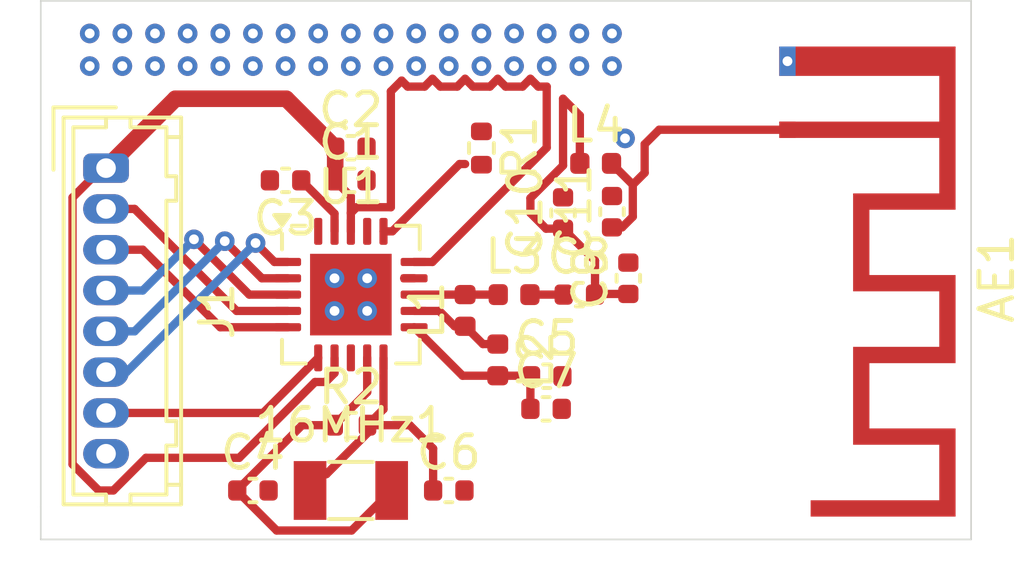
<source format=kicad_pcb>
(kicad_pcb (version 20241229) (generator "pcbnew") (generator_version "9.0")
  (layers (0 "F.Cu" signal) (2 "B.Cu" signal) (13 "F.Paste" user) (15 "B.Paste" user) (5 "F.SilkS" user "F.Silkscreen") (7 "B.SilkS" user "B.Silkscreen") (1 "F.Mask" user) (3 "B.Mask" user) (25 "Edge.Cuts" user))
  (net 0 "")
  (net 1 "Net-(U1-XC1)")
  (net 2 "Net-(U1-XC2)")
  (net 3 "Net-(AE1-A)")
  (net 4 "GND")
  (net 5 "VDD")
  (net 6 "Net-(U1-DVDD)")
  (net 7 "Net-(U1-VDD_PA)")
  (net 8 "Net-(C8-Pad1)")
  (net 9 "connM")
  (net 10 "MOSI")
  (net 11 "CSN")
  (net 12 "CE")
  (net 13 "SCK")
  (net 14 "IRQ")
  (net 15 "MISO")
  (net 16 "Net-(U1-ANT1)")
  (net 17 "Net-(U1-ANT2)")
  (net 18 "Net-(U1-IREF)")
  (footprint "Capacitor_SMD:C_0402_1005Metric" (layer "F.Cu") (at 94.5 40.5)
    (property "Reference" "C1" (at 0 -1.16 0) (layer "F.SilkS"))
    (property "Value" "1nF")
    (fp_line (start -0.107836 -0.36) (end 0.107836 -0.36) (stroke (width 0.12)) (layer "F.SilkS"))
    (fp_line (start -0.107836 0.36) (end 0.107836 0.36) (stroke (width 0.12)) (layer "F.SilkS"))
    (pad "1" smd roundrect (at -0.48 0) (size 0.56 0.62) (layers "F.Cu" "F.Mask" "F.Paste") (net 5 "VDD"))
    (pad "2" smd roundrect (at 0.48 0) (size 0.56 0.62) (layers "F.Cu" "F.Mask" "F.Paste") (net 4 "GND"))
  )
  (footprint "Capacitor_SMD:C_0402_1005Metric" (layer "F.Cu") (at 100.5 46.5)
    (property "Reference" "C5" (at 0 -1.16 0) (layer "F.SilkS"))
    (property "Value" "2.2nF")
    (fp_line (start -0.107836 -0.36) (end 0.107836 -0.36) (stroke (width 0.12)) (layer "F.SilkS"))
    (fp_line (start -0.107836 0.36) (end 0.107836 0.36) (stroke (width 0.12)) (layer "F.SilkS"))
    (pad "1" smd roundrect (at -0.48 0) (size 0.56 0.62) (layers "F.Cu" "F.Mask" "F.Paste") (net 7 "Net-(U1-VDD_PA)"))
    (pad "2" smd roundrect (at 0.48 0) (size 0.56 0.62) (layers "F.Cu" "F.Mask" "F.Paste") (net 4 "GND"))
  )
  (footprint "Crystal:Crystal_SMD_3215-2Pin_3.2x1.5mm" (layer "F.Cu") (at 94.5 50)
    (property "Reference" "16MHz1" (at 0 -2 0) (layer "F.SilkS"))
    (property "Value" "Crystal")
    (fp_line (start -0.675 -0.875) (end 0.675 -0.875) (stroke (width 0.12)) (layer "F.SilkS"))
    (fp_line (start -0.675 0.875) (end 0.675 0.875) (stroke (width 0.12)) (layer "F.SilkS"))
    (pad "1" smd rect (at 1.25 0) (size 1 1.8) (layers "F.Cu" "F.Mask" "F.Paste") (net 2 "Net-(U1-XC2)"))
    (pad "2" smd rect (at -1.25 0) (size 1 1.8) (layers "F.Cu" "F.Mask" "F.Paste") (net 1 "Net-(U1-XC1)"))
  )
  (footprint "Connector_Hirose:Hirose_DF13-08P-1.25DSA_1x08_P1.25mm_Vertical" (layer "F.Cu") (at 87 40.125 -90)
    (property "Reference" "J1" (at 4.38 -3.4 90) (layer "F.SilkS"))
    (property "Value" "Conn_01x08_Pin")
    (fp_line (start -1.86 1.61) (end 0.05 1.61) (stroke (width 0.12)) (layer "F.SilkS"))
    (fp_line (start -1.55 1.3) (end 10.3 1.3) (stroke (width 0.12)) (layer "F.SilkS"))
    (fp_line (start 10.3 1.3) (end 10.3 -2.3) (stroke (width 0.12)) (layer "F.SilkS"))
    (fp_line (start -1.25 1) (end 10 1) (stroke (width 0.12)) (layer "F.SilkS"))
    (fp_line (start 10 1) (end 10 0) (stroke (width 0.12)) (layer "F.SilkS"))
    (fp_line (start -1.55 0) (end -1.25 0) (stroke (width 0.12)) (layer "F.SilkS"))
    (fp_line (start -1.25 0) (end -1.25 1) (stroke (width 0.12)) (layer "F.SilkS"))
    (fp_line (start 10 0) (end 10.3 0) (stroke (width 0.12)) (layer "F.SilkS"))
    (fp_line (start -1.86 -0.3) (end -1.86 1.61) (stroke (width 0.12)) (layer "F.SilkS"))
    (fp_line (start -1.55 -0.75) (end -1.25 -0.75) (stroke (width 0.12)) (layer "F.SilkS"))
    (fp_line (start -1.25 -0.75) (end -1.25 -1.85) (stroke (width 0.12)) (layer "F.SilkS"))
    (fp_line (start 10 -0.75) (end 10 -1.85) (stroke (width 0.12)) (layer "F.SilkS"))
    (fp_line (start 10.3 -0.75) (end 10 -0.75) (stroke (width 0.12)) (layer "F.SilkS"))
    (fp_line (start -1.25 -1.85) (end -0.95 -1.85) (stroke (width 0.12)) (layer "F.SilkS"))
    (fp_line (start -0.95 -1.85) (end 0.25 -1.85) (stroke (width 0.12)) (layer "F.SilkS"))
    (fp_line (start -0.95 -1.85) (end -0.95 -2.3) (stroke (width 0.12)) (layer "F.SilkS"))
    (fp_line (start 0.25 -1.85) (end 0.25 -2.15) (stroke (width 0.12)) (layer "F.SilkS"))
    (fp_line (start 1 -1.85) (end 7.75 -1.85) (stroke (width 0.12)) (layer "F.SilkS"))
    (fp_line (start 7.75 -1.85) (end 7.75 -2.15) (stroke (width 0.12)) (layer "F.SilkS"))
    (fp_line (start 8.5 -1.85) (end 9.7 -1.85) (stroke (width 0.12)) (layer "F.SilkS"))
    (fp_line (start 9.7 -1.85) (end 9.7 -2.3) (stroke (width 0.12)) (layer "F.SilkS"))
    (fp_line (start 10 -1.85) (end 9.7 -1.85) (stroke (width 0.12)) (layer "F.SilkS"))
    (fp_line (start 0.25 -2.15) (end 1 -2.15) (stroke (width 0.12)) (layer "F.SilkS"))
    (fp_line (start 1 -2.15) (end 1 -1.85) (stroke (width 0.12)) (layer "F.SilkS"))
    (fp_line (start 7.75 -2.15) (end 8.5 -2.15) (stroke (width 0.12)) (layer "F.SilkS"))
    (fp_line (start 8.5 -2.15) (end 8.5 -1.85) (stroke (width 0.12)) (layer "F.SilkS"))
    (fp_line (start -1.55 -2.3) (end -1.55 1.3) (stroke (width 0.12)) (layer "F.SilkS"))
    (fp_line (start 10.3 -2.3) (end -1.55 -2.3) (stroke (width 0.12)) (layer "F.SilkS"))
    (pad "1" thru_hole roundrect (at 0 0 270) (size 0.9 1.4) (drill 0.6) (layers "*.Cu" "*.Mask") (net 5 "VDD"))
    (pad "2" thru_hole oval (at 1.25 0 270) (size 0.9 1.4) (drill 0.6) (layers "*.Cu" "*.Mask") (net 10 "MOSI"))
    (pad "3" thru_hole oval (at 2.5 0 270) (size 0.9 1.4) (drill 0.6) (layers "*.Cu" "*.Mask") (net 15 "MISO"))
    (pad "4" thru_hole oval (at 3.75 0 270) (size 0.9 1.4) (drill 0.6) (layers "*.Cu" "*.Mask") (net 13 "SCK"))
    (pad "5" thru_hole oval (at 5 0 270) (size 0.9 1.4) (drill 0.6) (layers "*.Cu" "*.Mask") (net 11 "CSN"))
    (pad "6" thru_hole oval (at 6.25 0 270) (size 0.9 1.4) (drill 0.6) (layers "*.Cu" "*.Mask") (net 12 "CE"))
    (pad "7" thru_hole oval (at 7.5 0 270) (size 0.9 1.4) (drill 0.6) (layers "*.Cu" "*.Mask") (net 14 "IRQ"))
    (pad "8" thru_hole oval (at 8.75 0 270) (size 0.9 1.4) (drill 0.6) (layers "*.Cu" "*.Mask") (net 4 "GND"))
  )
  (footprint "Capacitor_SMD:C_0402_1005Metric" (layer "F.Cu") (at 103 43.5 90)
    (property "Reference" "C9" (at 0 -1.16 90) (layer "F.SilkS"))
    (property "Value" "1pF")
    (fp_line (start -0.107836 -0.36) (end 0.107836 -0.36) (stroke (width 0.12)) (layer "F.SilkS"))
    (fp_line (start -0.107836 0.36) (end 0.107836 0.36) (stroke (width 0.12)) (layer "F.SilkS"))
    (pad "1" smd roundrect (at -0.48 0 90) (size 0.56 0.62) (layers "F.Cu" "F.Mask" "F.Paste") (net 9 "connM"))
    (pad "2" smd roundrect (at 0.48 0 90) (size 0.56 0.62) (layers "F.Cu" "F.Mask" "F.Paste") (net 4 "GND"))
  )
  (footprint "Resistor_SMD:R_0402_1005Metric" (layer "F.Cu") (at 94.5 48)
    (property "Reference" "R2" (at 0 -1.17 0) (layer "F.SilkS"))
    (property "Value" "1M")
    (fp_line (start -0.153641 -0.38) (end 0.153641 -0.38) (stroke (width 0.12)) (layer "F.SilkS"))
    (fp_line (start -0.153641 0.38) (end 0.153641 0.38) (stroke (width 0.12)) (layer "F.SilkS"))
    (pad "1" smd roundrect (at -0.51 0) (size 0.54 0.64) (layers "F.Cu" "F.Mask" "F.Paste") (net 2 "Net-(U1-XC2)"))
    (pad "2" smd roundrect (at 0.51 0) (size 0.54 0.64) (layers "F.Cu" "F.Mask" "F.Paste") (net 1 "Net-(U1-XC1)"))
  )
  (footprint "Inductor_SMD:L_0402_1005Metric" (layer "F.Cu") (at 98 44.485 90)
    (property "Reference" "L1" (at 0 -1.17 90) (layer "F.SilkS"))
    (property "Value" "8.2nH")
    (pad "1" smd roundrect (at -0.485 0 90) (size 0.59 0.64) (layers "F.Cu" "F.Mask" "F.Paste") (net 16 "Net-(U1-ANT1)"))
    (pad "2" smd roundrect (at 0.485 0 90) (size 0.59 0.64) (layers "F.Cu" "F.Mask" "F.Paste") (net 17 "Net-(U1-ANT2)"))
  )
  (footprint "RF_Antenna:Texas_SWRA117D_2.4GHz_Right" (layer "F.Cu") (at 107.875 38.95 -90)
    (property "Reference" "AE1" (at 4.55 -6.41 90) (layer "F.SilkS"))
    (property "Value" "Antenna")
    (fp_poly (pts (xy 2.45 -2.51) (xy 4.45 -2.51) (xy 4.45 -5.15) (xy 7.15 -5.15) (xy 7.15 -2.51) (xy 9.15 -2.51) (xy 9.15 -5.15) (xy 11.85 -5.15) (xy 11.85 -0.71) (xy 11.35 -0.71) (xy 11.35 -4.65) (xy 9.65 -4.65) (xy 9.65 -2.01) (xy 6.65 -2.01) (xy 6.65 -4.65) (xy 4.95 -4.65) (xy 4.95 -2.01) (xy 1.95 -2.01) (xy 1.95 -4.65) (xy 0.25 -4.65) (xy 0.25 0.25) (xy -0.25 0.25) (xy -0.25 -4.65) (xy -1.65 -4.65) (xy -1.65 0.25) (xy -2.55 0.25) (xy -2.55 0.006785) (xy -2.247583 0.006785) (xy -2.237742 0.054395) (xy -2.213674 0.096797) (xy -2.175731 0.129581) (xy -2.167819 0.133935) (xy -2.125156 0.146043) (xy -2.076637 0.1453) (xy -2.031122 0.1324) (xy -2.012511 0.121787) (xy -1.978868 0.086553) (xy -1.958309 0.041368) (xy -1.951778 -0.008158) (xy -1.960218 -0.056417) (xy -1.977112 -0.088643) (xy -2.012372 -0.121313) (xy -2.057682 -0.141408) (xy -2.107267 -0.147982) (xy -2.155353 -0.140092) (xy -2.188245 -0.123186) (xy -2.223185 -0.086416) (xy -2.242847 -0.041622) (xy -2.247583 0.006785) (xy -2.55 0.006785) (xy -2.55 -5.15) (xy 2.45 -5.15) (xy 2.45 -2.51)) (fill yes) (layer "F.Cu"))
    (pad "1" connect rect (at 0 0 270) (size 0.5 0.5) (layers "F.Cu") (net 3 "Net-(AE1-A)"))
    (pad "2" thru_hole rect (at -2.1 0 270) (size 0.9 0.5) (drill 0.3) (layers "*.Cu"))
  )
  (footprint "Capacitor_SMD:C_0402_1005Metric" (layer "F.Cu") (at 94.5 39.5)
    (property "Reference" "C2" (at 0 -1.16 0) (layer "F.SilkS"))
    (property "Value" "10nF")
    (fp_line (start -0.107836 -0.36) (end 0.107836 -0.36) (stroke (width 0.12)) (layer "F.SilkS"))
    (fp_line (start -0.107836 0.36) (end 0.107836 0.36) (stroke (width 0.12)) (layer "F.SilkS"))
    (pad "1" smd roundrect (at -0.48 0) (size 0.56 0.62) (layers "F.Cu" "F.Mask" "F.Paste") (net 5 "VDD"))
    (pad "2" smd roundrect (at 0.48 0) (size 0.56 0.62) (layers "F.Cu" "F.Mask" "F.Paste") (net 4 "GND"))
  )
  (footprint "Inductor_SMD:L_0402_1005Metric" (layer "F.Cu") (at 102 39.98)
    (property "Reference" "L4" (at 0 -1.17 0) (layer "F.SilkS"))
    (property "Value" "Lx")
    (pad "1" smd roundrect (at -0.485 0) (size 0.59 0.64) (layers "F.Cu" "F.Mask" "F.Paste") (net 9 "connM"))
    (pad "2" smd roundrect (at 0.485 0) (size 0.59 0.64) (layers "F.Cu" "F.Mask" "F.Paste") (net 3 "Net-(AE1-A)"))
  )
  (footprint "Capacitor_SMD:C_0402_1005Metric" (layer "F.Cu") (at 92.5 40.5 180)
    (property "Reference" "C3" (at 0 -1.16 0) (layer "F.SilkS"))
    (property "Value" "33nF")
    (fp_line (start -0.107836 0.36) (end 0.107836 0.36) (stroke (width 0.12)) (layer "F.SilkS"))
    (fp_line (start -0.107836 -0.36) (end 0.107836 -0.36) (stroke (width 0.12)) (layer "F.SilkS"))
    (pad "1" smd roundrect (at -0.48 0 180) (size 0.56 0.62) (layers "F.Cu" "F.Mask" "F.Paste") (net 6 "Net-(U1-DVDD)"))
    (pad "2" smd roundrect (at 0.48 0 180) (size 0.56 0.62) (layers "F.Cu" "F.Mask" "F.Paste") (net 4 "GND"))
  )
  (footprint "Capacitor_SMD:C_0402_1005Metric" (layer "F.Cu") (at 102.5 41.46 90)
    (property "Reference" "C11" (at 0 -1.16 90) (layer "F.SilkS"))
    (property "Value" "Cx")
    (fp_line (start -0.107836 -0.36) (end 0.107836 -0.36) (stroke (width 0.12)) (layer "F.SilkS"))
    (fp_line (start -0.107836 0.36) (end 0.107836 0.36) (stroke (width 0.12)) (layer "F.SilkS"))
    (pad "1" smd roundrect (at -0.48 0 90) (size 0.56 0.62) (layers "F.Cu" "F.Mask" "F.Paste") (net 3 "Net-(AE1-A)"))
    (pad "2" smd roundrect (at 0.48 0 90) (size 0.56 0.62) (layers "F.Cu" "F.Mask" "F.Paste") (net 4 "GND"))
  )
  (footprint "Capacitor_SMD:C_0402_1005Metric" (layer "F.Cu") (at 97.5 50)
    (property "Reference" "C6" (at 0 -1.16 0) (layer "F.SilkS"))
    (property "Value" "22pF")
    (fp_line (start -0.107836 -0.36) (end 0.107836 -0.36) (stroke (width 0.12)) (layer "F.SilkS"))
    (fp_line (start -0.107836 0.36) (end 0.107836 0.36) (stroke (width 0.12)) (layer "F.SilkS"))
    (pad "1" smd roundrect (at -0.48 0) (size 0.56 0.62) (layers "F.Cu" "F.Mask" "F.Paste") (net 1 "Net-(U1-XC1)"))
    (pad "2" smd roundrect (at 0.48 0) (size 0.56 0.62) (layers "F.Cu" "F.Mask" "F.Paste") (net 4 "GND"))
  )
  (footprint "Capacitor_SMD:C_0402_1005Metric" (layer "F.Cu") (at 101.5 44)
    (property "Reference" "C8" (at 0 -1.16 0) (layer "F.SilkS"))
    (property "Value" "1.5pF")
    (fp_line (start -0.107836 -0.36) (end 0.107836 -0.36) (stroke (width 0.12)) (layer "F.SilkS"))
    (fp_line (start -0.107836 0.36) (end 0.107836 0.36) (stroke (width 0.12)) (layer "F.SilkS"))
    (pad "1" smd roundrect (at -0.48 0) (size 0.56 0.62) (layers "F.Cu" "F.Mask" "F.Paste") (net 8 "Net-(C8-Pad1)"))
    (pad "2" smd roundrect (at 0.48 0) (size 0.56 0.62) (layers "F.Cu" "F.Mask" "F.Paste") (net 9 "connM"))
  )
  (footprint "Package_DFN_QFN:QFN-20-1EP_4x4mm_P0.5mm_EP2.5x2.5mm" (layer "F.Cu") (at 94.5 44)
    (property "Reference" "U1" (at 0 -3.3 0) (layer "F.SilkS"))
    (property "Value" "NRF24L01")
    (fp_line (start -2.11 -1.385) (end -2.11 -1.87) (stroke (width 0.12)) (layer "F.SilkS"))
    (fp_line (start -2.11 2.11) (end -2.11 1.385) (stroke (width 0.12)) (layer "F.SilkS"))
    (fp_line (start -1.385 -2.11) (end -1.81 -2.11) (stroke (width 0.12)) (layer "F.SilkS"))
    (fp_line (start -1.385 2.11) (end -2.11 2.11) (stroke (width 0.12)) (layer "F.SilkS"))
    (fp_line (start 1.385 -2.11) (end 2.11 -2.11) (stroke (width 0.12)) (layer "F.SilkS"))
    (fp_line (start 1.385 2.11) (end 2.11 2.11) (stroke (width 0.12)) (layer "F.SilkS"))
    (fp_line (start 2.11 -2.11) (end 2.11 -1.385) (stroke (width 0.12)) (layer "F.SilkS"))
    (fp_line (start 2.11 2.11) (end 2.11 1.385) (stroke (width 0.12)) (layer "F.SilkS"))
    (fp_poly (pts (xy -2.11 -2.11) (xy -2.35 -2.44) (xy -1.87 -2.44) (xy -2.11 -2.11)) (stroke (width 0.12)) (fill yes) (layer "F.SilkS"))
    (pad "1" smd roundrect (at -1.9375 -1) (size 0.825 0.25) (layers "F.Cu" "F.Mask" "F.Paste") (net 12 "CE"))
    (pad "2" smd roundrect (at -1.9375 -0.5) (size 0.825 0.25) (layers "F.Cu" "F.Mask" "F.Paste") (net 11 "CSN"))
    (pad "3" smd roundrect (at -1.9375 0) (size 0.825 0.25) (layers "F.Cu" "F.Mask" "F.Paste") (net 13 "SCK"))
    (pad "4" smd roundrect (at -1.9375 0.5) (size 0.825 0.25) (layers "F.Cu" "F.Mask" "F.Paste") (net 10 "MOSI"))
    (pad "5" smd roundrect (at -1.9375 1) (size 0.825 0.25) (layers "F.Cu" "F.Mask" "F.Paste") (net 15 "MISO"))
    (pad "6" smd roundrect (at -1 1.9375) (size 0.25 0.825) (layers "F.Cu" "F.Mask" "F.Paste") (net 14 "IRQ"))
    (pad "7" smd roundrect (at -0.5 1.9375) (size 0.25 0.825) (layers "F.Cu" "F.Mask" "F.Paste") (net 5 "VDD"))
    (pad "8" smd roundrect (at 0 1.9375) (size 0.25 0.825) (layers "F.Cu" "F.Mask" "F.Paste") (net 4 "GND"))
    (pad "9" smd roundrect (at 0.5 1.9375) (size 0.25 0.825) (layers "F.Cu" "F.Mask" "F.Paste") (net 2 "Net-(U1-XC2)"))
    (pad "10" smd roundrect (at 1 1.9375) (size 0.25 0.825) (layers "F.Cu" "F.Mask" "F.Paste") (net 1 "Net-(U1-XC1)"))
    (pad "11" smd roundrect (at 1.9375 1) (size 0.825 0.25) (layers "F.Cu" "F.Mask" "F.Paste") (net 7 "Net-(U1-VDD_PA)"))
    (pad "12" smd roundrect (at 1.9375 0.5) (size 0.825 0.25) (layers "F.Cu" "F.Mask" "F.Paste") (net 16 "Net-(U1-ANT1)"))
    (pad "13" smd roundrect (at 1.9375 0) (size 0.825 0.25) (layers "F.Cu" "F.Mask" "F.Paste") (net 17 "Net-(U1-ANT2)"))
    (pad "14" smd roundrect (at 1.9375 -0.5) (size 0.825 0.25) (layers "F.Cu" "F.Mask" "F.Paste") (net 4 "GND"))
    (pad "15" smd roundrect (at 1.9375 -1) (size 0.825 0.25) (layers "F.Cu" "F.Mask" "F.Paste") (net 5 "VDD"))
    (pad "16" smd roundrect (at 1 -1.9375) (size 0.25 0.825) (layers "F.Cu" "F.Mask" "F.Paste") (net 18 "Net-(U1-IREF)"))
    (pad "17" smd roundrect (at 0.5 -1.9375) (size 0.25 0.825) (layers "F.Cu" "F.Mask" "F.Paste") (net 4 "GND"))
    (pad "18" smd roundrect (at 0 -1.9375) (size 0.25 0.825) (layers "F.Cu" "F.Mask" "F.Paste") (net 5 "VDD"))
    (pad "19" smd roundrect (at -0.5 -1.9375) (size 0.25 0.825) (layers "F.Cu" "F.Mask" "F.Paste") (net 6 "Net-(U1-DVDD)"))
    (pad "20" smd roundrect (at -1 -1.9375) (size 0.25 0.825) (layers "F.Cu" "F.Mask" "F.Paste") (net 4 "GND"))
    (pad "21" smd rect (at 0 0) (size 2.5 2.5) (property pad_prop_heatsink) (layers "F.Cu" "F.Mask"))
  )
  (footprint "Capacitor_SMD:C_0402_1005Metric" (layer "F.Cu") (at 91.5 50)
    (property "Reference" "C4" (at 0 -1.16 0) (layer "F.SilkS"))
    (property "Value" "22pF")
    (fp_line (start -0.107836 -0.36) (end 0.107836 -0.36) (stroke (width 0.12)) (layer "F.SilkS"))
    (fp_line (start -0.107836 0.36) (end 0.107836 0.36) (stroke (width 0.12)) (layer "F.SilkS"))
    (pad "1" smd roundrect (at -0.48 0) (size 0.56 0.62) (layers "F.Cu" "F.Mask" "F.Paste") (net 2 "Net-(U1-XC2)"))
    (pad "2" smd roundrect (at 0.48 0) (size 0.56 0.62) (layers "F.Cu" "F.Mask" "F.Paste") (net 4 "GND"))
  )
  (footprint "Inductor_SMD:L_0402_1005Metric" (layer "F.Cu") (at 99 46 -90)
    (property "Reference" "L2" (at 0 -1.17 90) (layer "F.SilkS"))
    (property "Value" "2.7nH")
    (pad "1" smd roundrect (at -0.485 0 270) (size 0.59 0.64) (layers "F.Cu" "F.Mask" "F.Paste") (net 16 "Net-(U1-ANT1)"))
    (pad "2" smd roundrect (at 0.485 0 270) (size 0.59 0.64) (layers "F.Cu" "F.Mask" "F.Paste") (net 7 "Net-(U1-VDD_PA)"))
  )
  (footprint "Resistor_SMD:R_0402_1005Metric" (layer "F.Cu") (at 98.5 39.51 -90)
    (property "Reference" "R1" (at 0 -1.17 90) (layer "F.SilkS"))
    (property "Value" "22K")
    (fp_line (start -0.153641 0.38) (end 0.153641 0.38) (stroke (width 0.12)) (layer "F.SilkS"))
    (fp_line (start -0.153641 -0.38) (end 0.153641 -0.38) (stroke (width 0.12)) (layer "F.SilkS"))
    (pad "1" smd roundrect (at -0.51 0 270) (size 0.54 0.64) (layers "F.Cu" "F.Mask" "F.Paste") (net 18 "Net-(U1-IREF)"))
    (pad "2" smd roundrect (at 0.51 0 270) (size 0.54 0.64) (layers "F.Cu" "F.Mask" "F.Paste") (net 4 "GND"))
  )
  (footprint "Capacitor_SMD:C_0402_1005Metric" (layer "F.Cu") (at 100.48 47.5)
    (property "Reference" "C7" (at 0 -1.16 0) (layer "F.SilkS"))
    (property "Value" "4.7pF")
    (fp_line (start -0.107836 -0.36) (end 0.107836 -0.36) (stroke (width 0.12)) (layer "F.SilkS"))
    (fp_line (start -0.107836 0.36) (end 0.107836 0.36) (stroke (width 0.12)) (layer "F.SilkS"))
    (pad "1" smd roundrect (at -0.48 0) (size 0.56 0.62) (layers "F.Cu" "F.Mask" "F.Paste") (net 7 "Net-(U1-VDD_PA)"))
    (pad "2" smd roundrect (at 0.48 0) (size 0.56 0.62) (layers "F.Cu" "F.Mask" "F.Paste") (net 4 "GND"))
  )
  (footprint "Capacitor_SMD:C_0402_1005Metric" (layer "F.Cu") (at 101 41.5 90)
    (property "Reference" "C10" (at 0 -1.16 90) (layer "F.SilkS"))
    (property "Value" "Cx")
    (fp_line (start -0.107836 -0.36) (end 0.107836 -0.36) (stroke (width 0.12)) (layer "F.SilkS"))
    (fp_line (start -0.107836 0.36) (end 0.107836 0.36) (stroke (width 0.12)) (layer "F.SilkS"))
    (pad "1" smd roundrect (at -0.48 0 90) (size 0.56 0.62) (layers "F.Cu" "F.Mask" "F.Paste") (net 9 "connM"))
    (pad "2" smd roundrect (at 0.48 0 90) (size 0.56 0.62) (layers "F.Cu" "F.Mask" "F.Paste") (net 4 "GND"))
  )
  (footprint "Inductor_SMD:L_0402_1005Metric" (layer "F.Cu") (at 99.5 44)
    (property "Reference" "L3" (at 0 -1.17 0) (layer "F.SilkS"))
    (property "Value" "3.9nH")
    (pad "1" smd roundrect (at -0.485 0) (size 0.59 0.64) (layers "F.Cu" "F.Mask" "F.Paste") (net 17 "Net-(U1-ANT2)"))
    (pad "2" smd roundrect (at 0.485 0) (size 0.59 0.64) (layers "F.Cu" "F.Mask" "F.Paste") (net 8 "Net-(C8-Pad1)"))
  )
  (gr_line (start 85 51.5) (end 85 50.5) (stroke (width 0.05)) (layer "Edge.Cuts"))
  (gr_line (start 85 35) (end 113.5 35) (stroke (width 0.05)) (layer "Edge.Cuts"))
  (gr_line (start 113.5 51.5) (end 85 51.5) (stroke (width 0.05)) (layer "Edge.Cuts"))
  (gr_line (start 85 50.5) (end 85 35) (stroke (width 0.05)) (layer "Edge.Cuts"))
  (gr_line (start 113.5 35) (end 113.5 51.5) (stroke (width 0.05)) (layer "Edge.Cuts"))
  (segment (start 95.01 48) (end 95.5 47.51) (width 0.254) (layer "F.Cu") (net 1))
  (segment (start 95.02 48) (end 95.02 48.23) (width 0.254) (layer "F.Cu") (net 1))
  (segment (start 97.02 48.716) (end 96.304 48) (width 0.254) (layer "F.Cu") (net 1))
  (segment (start 95.5 47.51) (end 95.5 45.9375) (width 0.254) (layer "F.Cu") (net 1))
  (segment (start 97.02 50) (end 97.02 48.716) (width 0.254) (layer "F.Cu") (net 1))
  (segment (start 96.304 48) (end 95.02 48) (width 0.254) (layer "F.Cu") (net 1))
  (segment (start 93.75 49.5) (end 93.25 49.5) (width 0.254) (layer "F.Cu") (net 1))
  (segment (start 95.02 48.23) (end 93.75 49.5) (width 0.254) (layer "F.Cu") (net 1))
  (segment (start 91.02 50) (end 91.02 50.02) (width 0.254) (layer "F.Cu") (net 2))
  (segment (start 95 46.99) (end 95 45.9375) (width 0.254) (layer "F.Cu") (net 2))
  (segment (start 91.02 50.02) (end 92.227 51.227) (width 0.254) (layer "F.Cu") (net 2))
  (segment (start 92.227 51.227) (end 94.523 51.227) (width 0.254) (layer "F.Cu") (net 2))
  (segment (start 95.75 50) (end 95.75 49.5) (width 0.254) (layer "F.Cu") (net 2))
  (segment (start 91.02 50) (end 91.02 49.985682) (width 0.254) (layer "F.Cu") (net 2))
  (segment (start 91.02 49.985682) (end 93.005682 48) (width 0.254) (layer "F.Cu") (net 2))
  (segment (start 94.523 51.227) (end 95.75 50) (width 0.254) (layer "F.Cu") (net 2))
  (segment (start 93.005682 48) (end 93.99 48) (width 0.254) (layer "F.Cu") (net 2))
  (segment (start 93.99 48) (end 95 46.99) (width 0.254) (layer "F.Cu") (net 2))
  (segment (start 102.485 39.98) (end 103.137 40.632) (width 0.254) (layer "F.Cu") (net 3))
  (segment (start 103.137 41.612999) (end 102.809999 41.94) (width 0.254) (layer "F.Cu") (net 3))
  (segment (start 103.5 39.394) (end 103.944 38.95) (width 0.254) (layer "F.Cu") (net 3))
  (segment (start 103.5 40.269) (end 103.5 39.394) (width 0.254) (layer "F.Cu") (net 3))
  (segment (start 103.137 40.632) (end 103.137 41.612999) (width 0.254) (layer "F.Cu") (net 3))
  (segment (start 103.944 38.95) (end 107.875 38.95) (width 0.254) (layer "F.Cu") (net 3))
  (segment (start 102.809999 41.94) (end 102.5 41.94) (width 0.254) (layer "F.Cu") (net 3))
  (segment (start 103.137 40.632) (end 103.5 40.269) (width 0.254) (layer "F.Cu") (net 3))
  (segment (start 96.4375 43.5) (end 96.132013 43.5) (width 0.254) (layer "F.Cu") (net 4))
  (via (at 90.5 36) (size 0.6) (drill 0.3) (layers "F.Cu" "B.Cu") (net 4))
  (via (at 92.5 37) (size 0.6) (drill 0.3) (layers "F.Cu" "B.Cu") (net 4))
  (via (at 96.5 36) (size 0.6) (drill 0.3) (layers "F.Cu" "B.Cu") (net 4))
  (via (at 95 44.5) (size 0.6) (drill 0.3) (layers "F.Cu" "B.Cu") (net 4))
  (via (at 102.5 36) (size 0.6) (drill 0.3) (layers "F.Cu" "B.Cu") (net 4))
  (via (at 91.5 36) (size 0.6) (drill 0.3) (layers "F.Cu" "B.Cu") (net 4))
  (via (at 88.5 36) (size 0.6) (drill 0.3) (layers "F.Cu" "B.Cu") (net 4))
  (via (at 89.5 36) (size 0.6) (drill 0.3) (layers "F.Cu" "B.Cu") (net 4))
  (via (at 93.5 37) (size 0.6) (drill 0.3) (layers "F.Cu" "B.Cu") (net 4))
  (via (at 102.5 37) (size 0.6) (drill 0.3) (layers "F.Cu" "B.Cu") (net 4))
  (via (at 86.5 36) (size 0.6) (drill 0.3) (layers "F.Cu" "B.Cu") (net 4))
  (via (at 90.5 37) (size 0.6) (drill 0.3) (layers "F.Cu" "B.Cu") (net 4))
  (via (at 98.5 36) (size 0.6) (drill 0.3) (layers "F.Cu" "B.Cu") (net 4))
  (via (at 89.5 37) (size 0.6) (drill 0.3) (layers "F.Cu" "B.Cu") (net 4))
  (via (at 87.5 36) (size 0.6) (drill 0.3) (layers "F.Cu" "B.Cu") (net 4))
  (via (at 86.5 37) (size 0.6) (drill 0.3) (layers "F.Cu" "B.Cu") (net 4))
  (via (at 91.5 37) (size 0.6) (drill 0.3) (layers "F.Cu" "B.Cu") (net 4))
  (via (at 97.5 36) (size 0.6) (drill 0.3) (layers "F.Cu" "B.Cu") (net 4))
  (via (at 95.5 37) (size 0.6) (drill 0.3) (layers "F.Cu" "B.Cu") (net 4))
  (via (at 101.5 36) (size 0.6) (drill 0.3) (layers "F.Cu" "B.Cu") (net 4))
  (via (at 95.5 36) (size 0.6) (drill 0.3) (layers "F.Cu" "B.Cu") (net 4))
  (via (at 99.5 36) (size 0.6) (drill 0.3) (layers "F.Cu" "B.Cu") (net 4))
  (via (at 99.5 37) (size 0.6) (drill 0.3) (layers "F.Cu" "B.Cu") (net 4))
  (via (at 92.5 36) (size 0.6) (drill 0.3) (layers "F.Cu" "B.Cu") (net 4))
  (via (at 93.5 36) (size 0.6) (drill 0.3) (layers "F.Cu" "B.Cu") (net 4))
  (via (at 95 43.5) (size 0.6) (drill 0.3) (layers "F.Cu" "B.Cu") (net 4))
  (via (at 94 43.5) (size 0.6) (drill 0.3) (layers "F.Cu" "B.Cu") (net 4))
  (via (at 94.5 36) (size 0.6) (drill 0.3) (layers "F.Cu" "B.Cu") (net 4))
  (via (at 100.5 36) (size 0.6) (drill 0.3) (layers "F.Cu" "B.Cu") (net 4))
  (via (at 101.5 37) (size 0.6) (drill 0.3) (layers "F.Cu" "B.Cu") (net 4))
  (via (at 94.5 37) (size 0.6) (drill 0.3) (layers "F.Cu" "B.Cu") (net 4))
  (via (at 98.5 37) (size 0.6) (drill 0.3) (layers "F.Cu" "B.Cu") (net 4))
  (via (at 102.899263 39.214432) (size 0.6) (drill 0.3) (layers "F.Cu" "B.Cu") (net 4))
  (via (at 88.5 37) (size 0.6) (drill 0.3) (layers "F.Cu" "B.Cu") (net 4))
  (via (at 100.5 37) (size 0.6) (drill 0.3) (layers "F.Cu" "B.Cu") (net 4))
  (via (at 87.5 37) (size 0.6) (drill 0.3) (layers "F.Cu" "B.Cu") (net 4))
  (via (at 94 44.5) (size 0.6) (drill 0.3) (layers "F.Cu" "B.Cu") (net 4))
  (via (at 96.5 37) (size 0.6) (drill 0.3) (layers "F.Cu" "B.Cu") (net 4))
  (via (at 97.5 37) (size 0.6) (drill 0.3) (layers "F.Cu" "B.Cu") (net 4))
  (segment (start 96.4375 43) (end 96.997108 43) (width 0.254) (layer "F.Cu") (net 5))
  (segment (start 99.239873 37.628) (end 99 37.388127) (width 0.254) (layer "F.Cu") (net 5))
  (segment (start 99.760127 37.628) (end 99.239873 37.628) (width 0.254) (layer "F.Cu") (net 5))
  (segment (start 94 45.9375) (end 94 46.402568) (width 0.254) (layer "F.Cu") (net 5))
  (segment (start 86.875 40.125) (end 87 40.125) (width 0.254) (layer "F.Cu") (net 5))
  (segment (start 94.02 39.5) (end 94.02 40.5) (width 0.508) (layer "F.Cu") (net 5))
  (segment (start 96.239873 37.628) (end 96.055936 37.444064) (width 0.254) (layer "F.Cu") (net 5))
  (segment (start 86.776156 50) (end 85.973 49.196844) (width 0.254) (layer "F.Cu") (net 5))
  (segment (start 94.5 41.5) (end 94.5 40.994318) (width 0.254) (layer "F.Cu") (net 5))
  (segment (start 95.725568 41.323) (end 94.677 41.323) (width 0.254) (layer "F.Cu") (net 5))
  (segment (start 85.973 49.196844) (end 85.973 41.027) (width 0.254) (layer "F.Cu") (net 5))
  (segment (start 87.223844 50) (end 86.776156 50) (width 0.254) (layer "F.Cu") (net 5))
  (segment (start 93.402553 46.677) (end 91.079553 49) (width 0.254) (layer "F.Cu") (net 5))
  (segment (start 97.760127 37.628) (end 97.239873 37.628) (width 0.254) (layer "F.Cu") (net 5))
  (segment (start 100.5 37.628) (end 100.239873 37.628) (width 0.254) (layer "F.Cu") (net 5))
  (segment (start 100 37.388127) (end 99.760127 37.628) (width 0.254) (layer "F.Cu") (net 5))
  (segment (start 94.5 42.0625) (end 94.5 41.5) (width 0.254) (layer "F.Cu") (net 5))
  (segment (start 98 37.388127) (end 97.760127 37.628) (width 0.254) (layer "F.Cu") (net 5))
  (segment (start 96.997108 43) (end 100.5 39.497108) (width 0.254) (layer "F.Cu") (net 5))
  (segment (start 97.239873 37.628) (end 97 37.388127) (width 0.254) (layer "F.Cu") (net 5))
  (segment (start 91.079553 49) (end 88.223844 49) (width 0.254) (layer "F.Cu") (net 5))
  (segment (start 85.973 41.027) (end 86.875 40.125) (width 0.254) (layer "F.Cu") (net 5))
  (segment (start 94.02 40.514318) (end 94.02 40.5) (width 0.254) (layer "F.Cu") (net 5))
  (segment (start 99 37.388127) (end 98.760127 37.628) (width 0.254) (layer "F.Cu") (net 5))
  (segment (start 92.52 38) (end 94.02 39.5) (width 0.508) (layer "F.Cu") (net 5))
  (segment (start 95.725568 37.774432) (end 95.725568 41.323) (width 0.254) (layer "F.Cu") (net 5))
  (segment (start 94.677 41.323) (end 94.5 41.5) (width 0.254) (layer "F.Cu") (net 5))
  (segment (start 98.760127 37.628) (end 98.239873 37.628) (width 0.254) (layer "F.Cu") (net 5))
  (segment (start 100.239873 37.628) (end 100 37.388127) (width 0.254) (layer "F.Cu") (net 5))
  (segment (start 94.5 40.994318) (end 94.02 40.514318) (width 0.254) (layer "F.Cu") (net 5))
  (segment (start 96.760127 37.628) (end 96.239873 37.628) (width 0.254) (layer "F.Cu") (net 5))
  (segment (start 100.5 39.497108) (end 100.5 37.628) (width 0.254) (layer "F.Cu") (net 5))
  (segment (start 98.239873 37.628) (end 98 37.388127) (width 0.254) (layer "F.Cu") (net 5))
  (segment (start 94 46.402568) (end 93.725568 46.677) (width 0.254) (layer "F.Cu") (net 5))
  (segment (start 96.055936 37.444064) (end 95.725568 37.774432) (width 0.254) (layer "F.Cu") (net 5))
  (segment (start 87 40.125) (end 89.125 38) (width 0.508) (layer "F.Cu") (net 5))
  (segment (start 89.125 38) (end 92.52 38) (width 0.508) (layer "F.Cu") (net 5))
  (segment (start 97 37.388127) (end 96.760127 37.628) (width 0.254) (layer "F.Cu") (net 5))
  (segment (start 93.725568 46.677) (end 93.402553 46.677) (width 0.254) (layer "F.Cu") (net 5))
  (segment (start 88.223844 49) (end 87.223844 50) (width 0.254) (layer "F.Cu") (net 5))
  (segment (start 94 41.52) (end 94 42.0625) (width 0.254) (layer "F.Cu") (net 6))
  (segment (start 92.98 40.5) (end 94 41.52) (width 0.254) (layer "F.Cu") (net 6))
  (segment (start 97.9225 46.485) (end 96.4375 45) (width 0.254) (layer "F.Cu") (net 7))
  (segment (start 99 46.485) (end 97.9225 46.485) (width 0.254) (layer "F.Cu") (net 7))
  (segment (start 100 47.5) (end 100 46.52) (width 0.254) (layer "F.Cu") (net 7))
  (segment (start 100.005 46.485) (end 100.02 46.5) (width 0.254) (layer "F.Cu") (net 7))
  (segment (start 99 46.485) (end 100.005 46.485) (width 0.254) (layer "F.Cu") (net 7))
  (segment (start 100 46.52) (end 100.02 46.5) (width 0.254) (layer "F.Cu") (net 7))
  (segment (start 99.985 44) (end 101.02 44) (width 0.254) (layer "F.Cu") (net 8))
  (segment (start 100 41.5) (end 100.48 41.98) (width 0.254) (layer "F.Cu") (net 9))
  (segment (start 101 41.98) (end 101.98 42.96) (width 0.254) (layer "F.Cu") (net 9))
  (segment (start 103 43.98) (end 102 43.98) (width 0.254) (layer "F.Cu") (net 9))
  (segment (start 100 41.045682) (end 100 41.5) (width 0.254) (layer "F.Cu") (net 9))
  (segment (start 101 40.045682) (end 100 41.045682) (width 0.254) (layer "F.Cu") (net 9))
  (segment (start 101 38) (end 101 40.045682) (width 0.254) (layer "F.Cu") (net 9))
  (segment (start 101.515 39.98) (end 101.515 38.515) (width 0.254) (layer "F.Cu") (net 9))
  (segment (start 100.48 41.98) (end 101 41.98) (width 0.254) (layer "F.Cu") (net 9))
  (segment (start 101.515 38.515) (end 101 38) (width 0.254) (layer "F.Cu") (net 9))
  (segment (start 102 43.98) (end 101.98 44) (width 0.254) (layer "F.Cu") (net 9))
  (segment (start 101.98 42.96) (end 101.98 44) (width 0.254) (layer "F.Cu") (net 9))
  (segment (start 91 44.5) (end 92.5625 44.5) (width 0.254) (layer "F.Cu") (net 10))
  (segment (start 87 41.375) (end 87.875 41.375) (width 0.254) (layer "F.Cu") (net 10))
  (segment (start 87.875 41.375) (end 91 44.5) (width 0.254) (layer "F.Cu") (net 10))
  (segment (start 92.5625 43.5) (end 91.773424 43.5) (width 0.254) (layer "F.Cu") (net 11))
  (segment (start 91.773424 43.5) (end 90.636712 42.363288) (width 0.254) (layer "F.Cu") (net 11))
  (via (at 90.636712 42.363288) (size 0.6) (drill 0.3) (layers "F.Cu" "B.Cu") (net 11))
  (segment (start 87 45.125) (end 87.875 45.125) (width 0.254) (layer "B.Cu") (net 11))
  (segment (start 87.875 45.125) (end 90.5 42.5) (width 0.254) (layer "B.Cu") (net 11))
  (segment (start 92.5625 43) (end 92.160138 43) (width 0.254) (layer "F.Cu") (net 12))
  (segment (start 92.160138 43) (end 91.580069 42.419931) (width 0.254) (layer "F.Cu") (net 12))
  (via (at 91.580069 42.419931) (size 0.6) (drill 0.3) (layers "F.Cu" "B.Cu") (net 12))
  (segment (start 87 46.375) (end 87.625 46.375) (width 0.254) (layer "B.Cu") (net 12))
  (segment (start 87.625 46.375) (end 91.5 42.5) (width 0.254) (layer "B.Cu") (net 12))
  (segment (start 89.693356 42.306644) (end 91.386712 44) (width 0.254) (layer "F.Cu") (net 13))
  (segment (start 91.386712 44) (end 92.5625 44) (width 0.254) (layer "F.Cu") (net 13))
  (via (at 89.693356 42.306644) (size 0.6) (drill 0.3) (layers "F.Cu" "B.Cu") (net 13))
  (segment (start 88.125 43.875) (end 89.5 42.5) (width 0.254) (layer "B.Cu") (net 13))
  (segment (start 87 43.875) (end 88.125 43.875) (width 0.254) (layer "B.Cu") (net 13))
  (segment (start 91.8125 47.625) (end 93.5 45.9375) (width 0.254) (layer "F.Cu") (net 14))
  (segment (start 87 47.625) (end 91.8125 47.625) (width 0.254) (layer "F.Cu") (net 14))
  (segment (start 88.125 42.625) (end 90.5 45) (width 0.254) (layer "F.Cu") (net 15))
  (segment (start 87 42.625) (end 88.125 42.625) (width 0.254) (layer "F.Cu") (net 15))
  (segment (start 90.5 45) (end 92.5625 45) (width 0.254) (layer "F.Cu") (net 15))
  (segment (start 98 44.97) (end 97.680001 44.97) (width 0.254) (layer "F.Cu") (net 16))
  (segment (start 97.680001 44.97) (end 97.210001 44.5) (width 0.254) (layer "F.Cu") (net 16))
  (segment (start 99 45.515) (end 98.545 45.515) (width 0.254) (layer "F.Cu") (net 16))
  (segment (start 97.210001 44.5) (end 96.4375 44.5) (width 0.254) (layer "F.Cu") (net 16))
  (segment (start 98.545 45.515) (end 98 44.97) (width 0.254) (layer "F.Cu") (net 16))
  (segment (start 96.4375 44) (end 98 44) (width 0.254) (layer "F.Cu") (net 17))
  (segment (start 99.015 44) (end 98 44) (width 0.254) (layer "F.Cu") (net 17))
  (segment (start 97.830379 40) (end 98 40) (width 0.254) (layer "F.Cu") (net 18))
  (segment (start 95.5 42.0625) (end 95.767879 42.0625) (width 0.254) (layer "F.Cu") (net 18))
  (segment (start 95.767879 42.0625) (end 97.830379 40) (width 0.254) (layer "F.Cu") (net 18))
)
</source>
